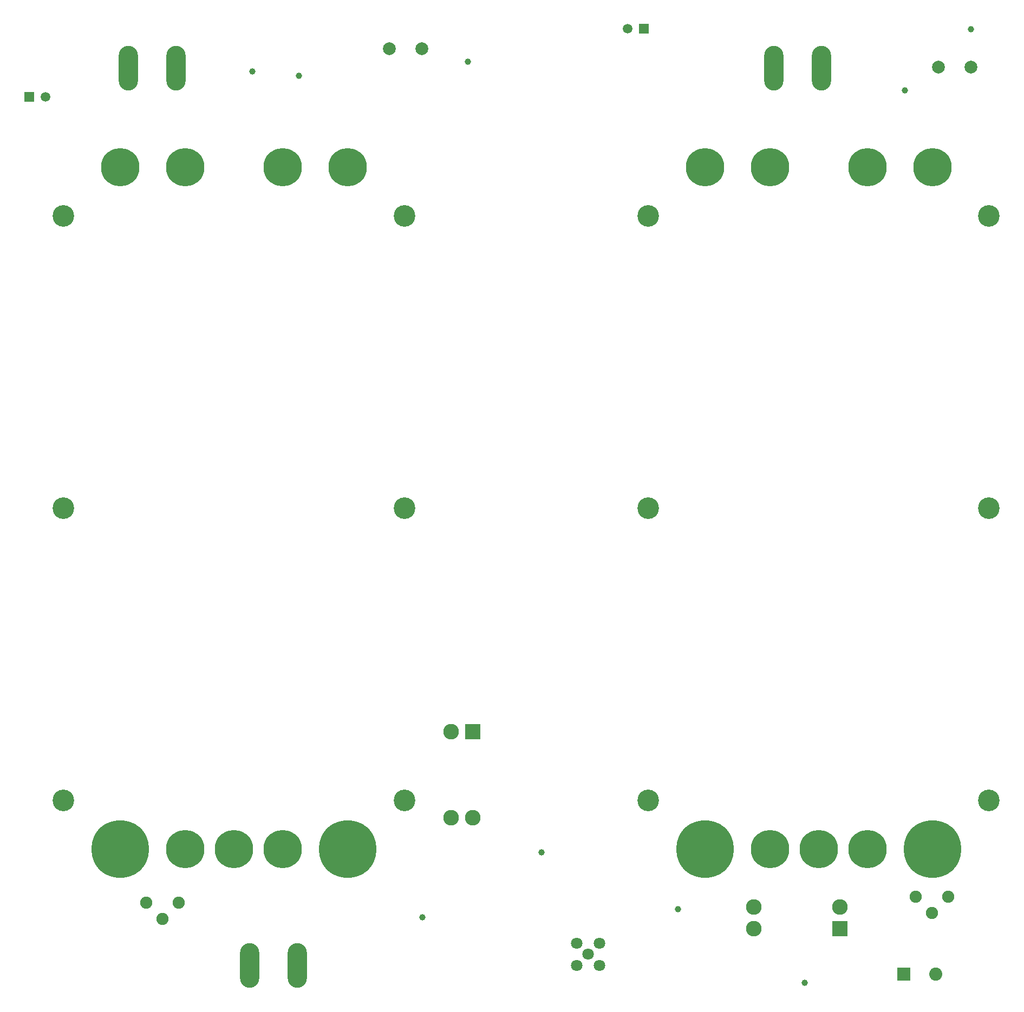
<source format=gbr>
%TF.GenerationSoftware,Altium Limited,Altium Designer,19.1.8 (144)*%
G04 Layer_Color=255*
%FSLAX25Y25*%
%MOIN*%
%TF.FileFunction,Pads,Bot*%
%TF.Part,Single*%
G01*
G75*
%TA.AperFunction,ComponentPad*%
%ADD18C,0.23622*%
%ADD19C,0.35433*%
%ADD20C,0.13307*%
%ADD21C,0.03937*%
%ADD22R,0.08071X0.08071*%
%ADD23C,0.08071*%
%ADD24C,0.07087*%
%ADD25R,0.05906X0.05906*%
%ADD26C,0.05906*%
%ADD27C,0.09646*%
%ADD28R,0.09646X0.09646*%
%ADD29C,0.07874*%
%ADD30R,0.09646X0.09646*%
%ADD31O,0.11811X0.27559*%
%ADD32C,0.07500*%
D18*
X112500Y104000D02*
D03*
X142500D02*
D03*
X172500D02*
D03*
X472421D02*
D03*
X502421D02*
D03*
X532421D02*
D03*
X572421Y524000D02*
D03*
X532421D02*
D03*
X472421D02*
D03*
X432421D02*
D03*
X212500D02*
D03*
X172500D02*
D03*
X112500D02*
D03*
X72500D02*
D03*
D19*
X72500Y104000D02*
D03*
X212500D02*
D03*
X432421D02*
D03*
X572421D02*
D03*
D20*
X37579Y134000D02*
D03*
Y314000D02*
D03*
Y494000D02*
D03*
X247421Y314000D02*
D03*
X397500D02*
D03*
X247421Y134000D02*
D03*
X397500D02*
D03*
X607342D02*
D03*
Y314000D02*
D03*
Y494000D02*
D03*
X397500D02*
D03*
X247421D02*
D03*
D21*
X258500Y62000D02*
D03*
X332000Y101936D02*
D03*
X416032Y67181D02*
D03*
X494000Y21872D02*
D03*
X555500Y571314D02*
D03*
X596343Y608937D02*
D03*
X286500Y589000D02*
D03*
X182468Y580500D02*
D03*
X154000Y583000D02*
D03*
D22*
X554727Y27200D02*
D03*
D23*
X574412Y27200D02*
D03*
D24*
X353581Y32324D02*
D03*
X367500D02*
D03*
Y46244D02*
D03*
X360540Y39284D02*
D03*
X353581Y46244D02*
D03*
D25*
X16500Y567500D02*
D03*
X395000Y609500D02*
D03*
D26*
X26500Y567500D02*
D03*
X385000Y609500D02*
D03*
D27*
X276307Y123484D02*
D03*
X289693D02*
D03*
X276307Y176516D02*
D03*
X462484Y55020D02*
D03*
Y68406D02*
D03*
X515516D02*
D03*
D28*
X289693Y176516D02*
D03*
D29*
X596343Y585658D02*
D03*
X576342D02*
D03*
X258343Y597157D02*
D03*
X238342D02*
D03*
D30*
X515516Y55020D02*
D03*
D31*
X152114Y32394D02*
D03*
X181602D02*
D03*
X504259Y585264D02*
D03*
X474771D02*
D03*
X106859Y585240D02*
D03*
X77371D02*
D03*
D32*
X98500Y61059D02*
D03*
X108500Y71059D02*
D03*
X88500D02*
D03*
X562201Y74668D02*
D03*
X572201Y64668D02*
D03*
X582201Y74668D02*
D03*
%TF.MD5,4c1c83b8ce4d2308bad5845c8b56b5b2*%
M02*

</source>
